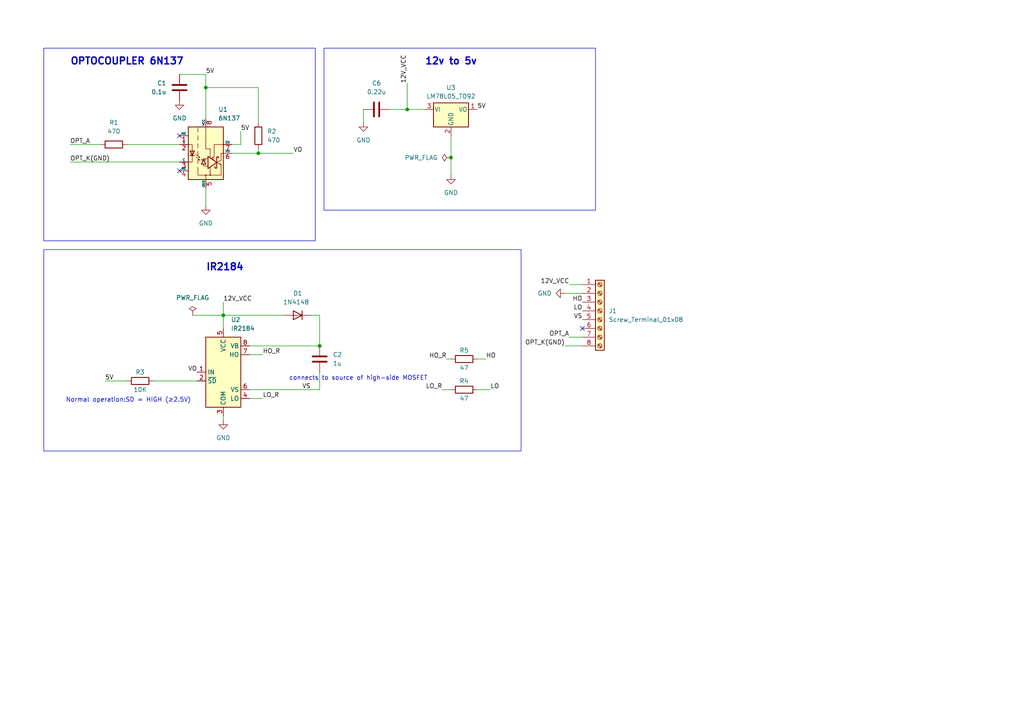
<source format=kicad_sch>
(kicad_sch (version 20230121) (generator eeschema)
  (paper "A4")
  (lib_symbols
    (symbol "Connector:Screw_Terminal_01x08" (pin_names (offset 1.016) hide)
      (property "Reference" "J" (at 0 10.16 0))
      (property "Value" "Screw_Terminal_01x08" (at 0 -12.7 0))
      (symbol "Screw_Terminal_01x08_1_1"
        (rectangle (start -1.27 8.89) (end 1.27 -11.43) (stroke (width 0.254)) (fill (type background)))
        (circle (center 0 -10.16) (radius 0.635) (stroke (width 0.1524)))
        (circle (center 0 -7.62) (radius 0.635) (stroke (width 0.1524)))
        (circle (center 0 -5.08) (radius 0.635) (stroke (width 0.1524)))
        (circle (center 0 -2.54) (radius 0.635) (stroke (width 0.1524)))
        (polyline (pts (xy -0.5334 -9.8298) (xy 0.3302 -10.668)) (stroke (width 0.1524)))
        (polyline (pts (xy -0.5334 -7.2898) (xy 0.3302 -8.128)) (stroke (width 0.1524)))
        (polyline (pts (xy -0.5334 -4.7498) (xy 0.3302 -5.588)) (stroke (width 0.1524)))
        (polyline (pts (xy -0.5334 -2.2098) (xy 0.3302 -3.048)) (stroke (width 0.1524)))
        (polyline (pts (xy -0.5334 0.3302) (xy 0.3302 -0.508)) (stroke (width 0.1524)))
        (polyline (pts (xy -0.5334 2.8702) (xy 0.3302 2.032)) (stroke (width 0.1524)))
        (polyline (pts (xy -0.5334 5.4102) (xy 0.3302 4.572)) (stroke (width 0.1524)))
        (polyline (pts (xy -0.5334 7.9502) (xy 0.3302 7.112)) (stroke (width 0.1524)))
        (polyline (pts (xy -0.3556 -9.652) (xy 0.508 -10.4902)) (stroke (width 0.1524)))
        (polyline (pts (xy -0.3556 -7.112) (xy 0.508 -7.9502)) (stroke (width 0.1524)))
        (polyline (pts (xy -0.3556 -4.572) (xy 0.508 -5.4102)) (stroke (width 0.1524)))
        (polyline (pts (xy -0.3556 -2.032) (xy 0.508 -2.8702)) (stroke (width 0.1524)))
        (polyline (pts (xy -0.3556 0.508) (xy 0.508 -0.3302)) (stroke (width 0.1524)))
        (polyline (pts (xy -0.3556 3.048) (xy 0.508 2.2098)) (stroke (width 0.1524)))
        (polyline (pts (xy -0.3556 5.588) (xy 0.508 4.7498)) (stroke (width 0.1524)))
        (polyline (pts (xy -0.3556 8.128) (xy 0.508 7.2898)) (stroke (width 0.1524)))
        (circle (center 0 0) (radius 0.635) (stroke (width 0.1524)))
        (circle (center 0 2.54) (radius 0.635) (stroke (width 0.1524)))
        (circle (center 0 5.08) (radius 0.635) (stroke (width 0.1524)))
        (circle (center 0 7.62) (radius 0.635) (stroke (width 0.1524)))
        (pin passive line (at -5.08 7.62 0) (length 3.81) (name "Pin_1") (number "1"))
        (pin passive line (at -5.08 5.08 0) (length 3.81) (name "Pin_2") (number "2"))
        (pin passive line (at -5.08 2.54 0) (length 3.81) (name "Pin_3") (number "3"))
        (pin passive line (at -5.08 0 0) (length 3.81) (name "Pin_4") (number "4"))
        (pin passive line (at -5.08 -2.54 0) (length 3.81) (name "Pin_5") (number "5"))
        (pin passive line (at -5.08 -5.08 0) (length 3.81) (name "Pin_6") (number "6"))
        (pin passive line (at -5.08 -7.62 0) (length 3.81) (name "Pin_7") (number "7"))
        (pin passive line (at -5.08 -10.16 0) (length 3.81) (name "Pin_8") (number "8"))
      )
    )
    (symbol "Device:C" (pin_numbers hide) (pin_names (offset 0.254))
      (property "Reference" "C" (at 0.635 2.54 0))
      (property "Value" "C" (at 0.635 -2.54 0))
      (symbol "C_0_1"
        (polyline (pts (xy -2.032 -0.762) (xy 2.032 -0.762)) (stroke (width 0.508)))
        (polyline (pts (xy -2.032 0.762) (xy 2.032 0.762)) (stroke (width 0.508)))
      )
      (symbol "C_1_1"
        (pin passive line (at 0 3.81 270) (length 2.794) (name "~") (number "1"))
        (pin passive line (at 0 -3.81 90) (length 2.794) (name "~") (number "2"))
      )
    )
    (symbol "Device:D" (pin_numbers hide) (pin_names (offset 1.016) hide)
      (property "Reference" "D" (at 0 2.54 0))
      (property "Value" "D" (at 0 -2.54 0))
      (symbol "D_0_1"
        (polyline (pts (xy -1.27 1.27) (xy -1.27 -1.27)) (stroke (width 0.254)))
        (polyline (pts (xy 1.27 0) (xy -1.27 0)))
        (polyline (pts (xy 1.27 1.27) (xy 1.27 -1.27) (xy -1.27 0) (xy 1.27 1.27)) (stroke (width 0.254)))
      )
      (symbol "D_1_1"
        (pin passive line (at -3.81 0 0) (length 2.54) (name "K") (number "1"))
        (pin passive line (at 3.81 0 180) (length 2.54) (name "A") (number "2"))
      )
    )
    (symbol "Device:R" (pin_numbers hide) (pin_names (offset 0))
      (property "Reference" "R" (at 2.032 0 90))
      (property "Value" "R" (at 0 0 90))
      (symbol "R_0_1"
        (rectangle (start -1.016 -2.54) (end 1.016 2.54) (stroke (width 0.254)))
      )
      (symbol "R_1_1"
        (pin passive line (at 0 3.81 270) (length 1.27) (name "~") (number "1"))
        (pin passive line (at 0 -3.81 90) (length 1.27) (name "~") (number "2"))
      )
    )
    (symbol "Driver_FET:IR2184"
      (property "Reference" "U" (at 1.27 13.335 0))
      (property "Value" "IR2184" (at 1.27 11.43 0))
      (symbol "IR2184_0_1"
        (rectangle (start -5.08 -10.16) (end 5.08 10.16) (stroke (width 0.254)) (fill (type background)))
      )
      (symbol "IR2184_1_1"
        (pin input line (at -7.62 0 0) (length 2.54) (name "IN") (number "1"))
        (pin input line (at -7.62 -2.54 0) (length 2.54) (name "~{SD}") (number "2"))
        (pin power_in line (at 0 -12.7 90) (length 2.54) (name "COM") (number "3"))
        (pin output line (at 7.62 -7.62 180) (length 2.54) (name "LO") (number "4"))
        (pin power_in line (at 0 12.7 270) (length 2.54) (name "VCC") (number "5"))
        (pin passive line (at 7.62 -5.08 180) (length 2.54) (name "VS") (number "6"))
        (pin output line (at 7.62 5.08 180) (length 2.54) (name "HO") (number "7"))
        (pin passive line (at 7.62 7.62 180) (length 2.54) (name "VB") (number "8"))
      )
    )
    (symbol "Isolator:6N137" (pin_names (offset 0))
      (property "Reference" "U" (at -4.064 8.89 0))
      (property "Value" "6N137" (at 0 -8.89 0))
      (symbol "6N137_0_1"
        (polyline (pts (xy 0 -6.35) (xy -2.286 -6.35) (xy -2.286 -4.064)))
        (polyline (pts (xy -5.08 -2.54) (xy -3.937 -2.54) (xy -3.937 2.54) (xy -5.08 2.54)))
        (polyline (pts (xy 1.27 -5.08) (xy 1.27 -6.35) (xy 0 -6.35) (xy 0 -7.62)))
        (polyline (pts (xy 3.175 -2.667) (xy 0.635 -4.445) (xy 0.635 -0.889) (xy 3.175 -2.667)) (stroke (width 0.254)))
        (polyline (pts (xy -2.794 -1.016) (xy -1.717 -2.093) (xy -2.076 -1.914) (xy -1.896 -1.734) (xy -1.717 -2.093)))
        (polyline (pts (xy -2.794 -0.254) (xy -1.717 -1.331) (xy -2.076 -1.152) (xy -1.896 -0.972) (xy -1.717 -1.331)))
      )
      (symbol "6N137_1_1"
        (rectangle (start -5.08 7.62) (end 5.08 -7.62) (stroke (width 0.254)) (fill (type background)))
        (circle (center 0 -6.35) (radius 0.127) (fill (type outline)))
        (polyline (pts (xy -4.572 -0.635) (xy -3.302 -0.635)) (stroke (width 0.254)))
        (polyline (pts (xy -2.286 -1.778) (xy -2.286 -3.048)))
        (polyline (pts (xy -2.286 0.508) (xy -2.286 -0.762)))
        (polyline (pts (xy -2.286 2.794) (xy -2.286 1.524)))
        (polyline (pts (xy -2.286 5.08) (xy -2.286 3.81)))
        (polyline (pts (xy -2.286 7.366) (xy -2.286 6.096)))
        (polyline (pts (xy -1.27 -1.905) (xy 0 -1.905)) (stroke (width 0.254)))
        (polyline (pts (xy -0.635 -3.302) (xy -0.635 -3.683) (xy 0.635 -3.683)))
        (polyline (pts (xy -0.635 -1.905) (xy -0.635 -1.524) (xy 0.508 -1.524)))
        (polyline (pts (xy 1.27 -4.064) (xy 1.27 -6.35) (xy 4.445 -6.35)))
        (polyline (pts (xy 3.175 -2.667) (xy 4.445 -3.302) (xy 4.445 -6.35)))
        (polyline (pts (xy -3.937 -0.635) (xy -4.572 0.635) (xy -3.302 0.635) (xy -3.937 -0.635)) (stroke (width 0.254)))
        (polyline (pts (xy -0.635 -1.905) (xy -1.27 -3.175) (xy 0 -3.175) (xy -0.635 -1.905)) (stroke (width 0.254)))
        (polyline (pts (xy 1.27 -1.27) (xy 1.27 1.27) (xy 0 1.27) (xy 0 7.62)))
        (polyline (pts (xy 2.1844 -1.1684) (xy 2.413 -0.889) (xy 2.413 2.54) (xy 5.08 2.54)))
        (polyline (pts (xy 3.175 -2.667) (xy 3.175 -4.318) (xy 2.667 -4.318) (xy 2.667 -3.937)) (stroke (width 0.254)))
        (polyline (pts (xy 3.175 -2.667) (xy 3.175 -1.016) (xy 3.683 -1.016) (xy 3.683 -1.397)) (stroke (width 0.254)))
        (polyline (pts (xy 3.175 -2.667) (xy 4.445 -2.032) (xy 4.445 0) (xy 5.08 0)))
        (polyline (pts (xy 4.445 -3.302) (xy 4.161 -3.018) (xy 4.047 -3.246) (xy 4.445 -3.302)) (stroke (width 0.127)) (fill (type outline)))
        (circle (center 1.27 -6.35) (radius 0.127) (fill (type outline)))
        (circle (center 2.032 -1.397) (radius 0.254))
        (pin passive line (at -7.62 5.08 0) (length 2.54) (name "NC") (number "1"))
        (pin passive line (at -7.62 2.54 0) (length 2.54) (name "A") (number "2"))
        (pin passive line (at -7.62 -2.54 0) (length 2.54) (name "C") (number "3"))
        (pin passive line (at -7.62 -5.08 0) (length 2.54) (name "NC") (number "4"))
        (pin power_in line (at 0 -10.16 90) (length 2.54) (name "GND") (number "5"))
        (pin open_collector line (at 7.62 0 180) (length 2.54) (name "VO") (number "6"))
        (pin input line (at 7.62 2.54 180) (length 2.54) (name "EN") (number "7"))
        (pin power_in line (at 0 10.16 270) (length 2.54) (name "VCC") (number "8"))
      )
    )
    (symbol "Regulator_Linear:LM78L05_TO92" (pin_names (offset 0.254))
      (property "Reference" "U" (at -3.81 3.175 0))
      (property "Value" "LM78L05_TO92" (at 0 3.175 0))
      (symbol "LM78L05_TO92_0_1"
        (rectangle (start -5.08 -5.08) (end 5.08 1.905) (stroke (width 0.254)) (fill (type background)))
      )
      (symbol "LM78L05_TO92_1_1"
        (pin power_out line (at 7.62 0 180) (length 2.54) (name "VO") (number "1"))
        (pin power_in line (at 0 -7.62 90) (length 2.54) (name "GND") (number "2"))
        (pin power_in line (at -7.62 0 0) (length 2.54) (name "VI") (number "3"))
      )
    )
    (symbol "power:GND" (power) (pin_names (offset 0))
      (property "Value" "GND" (at 0 -3.81 0))
      (symbol "GND_0_1"
        (polyline (pts (xy 0 0) (xy 0 -1.27) (xy 1.27 -1.27) (xy 0 -2.54) (xy -1.27 -1.27) (xy 0 -1.27)))
      )
      (symbol "GND_1_1"
        (pin power_in line (at 0 0 270) (length 0) hide (name "GND") (number "1"))
      )
    )
    (symbol "power:PWR_FLAG" (power) (pin_numbers hide) (pin_names (offset 0) hide)
      (property "Value" "PWR_FLAG" (at 0 3.81 0))
      (symbol "PWR_FLAG_0_0"
        (pin power_out line (at 0 0 90) (length 0) (name "pwr") (number "1"))
      )
      (symbol "PWR_FLAG_0_1"
        (polyline (pts (xy 0 0) (xy 0 1.27) (xy -1.016 1.905) (xy 0 2.54) (xy 1.016 1.905) (xy 0 1.27)))
      )
    )
  )
  (junction (at 92.71 100.33))
  (junction (at 64.77 91.44))
  (junction (at 118.11 31.75))
  (junction (at 130.81 45.72))
  (junction (at 59.69 25.4))
  (junction (at 74.93 44.45))
  (no_connect (at 52.07 49.53))
  (no_connect (at 52.07 39.37))
  (no_connect (at 168.91 95.25))
  (wire (pts (xy 59.69 34.29) (xy 59.69 25.4)))
  (wire (pts (xy 138.43 113.03) (xy 142.24 113.03)))
  (wire (pts (xy 74.93 44.45) (xy 74.93 43.18)))
  (wire (pts (xy 74.93 35.56) (xy 74.93 25.4)))
  (wire (pts (xy 92.71 91.44) (xy 90.17 91.44)))
  (wire (pts (xy 72.39 100.33) (xy 92.71 100.33)))
  (wire (pts (xy 128.27 113.03) (xy 130.81 113.03)))
  (wire (pts (xy 59.69 21.59) (xy 59.69 25.4)))
  (wire (pts (xy 165.1 82.55) (xy 168.91 82.55)))
  (wire (pts (xy 130.81 45.72) (xy 130.81 50.8)))
  (wire (pts (xy 72.39 115.57) (xy 76.2 115.57)))
  (wire (pts (xy 55.88 91.44) (xy 64.77 91.44)))
  (wire (pts (xy 64.77 87.63) (xy 64.77 91.44)))
  (wire (pts (xy 64.77 120.65) (xy 64.77 121.92)))
  (wire (pts (xy 92.71 100.33) (xy 92.71 91.44)))
  (wire (pts (xy 138.43 104.14) (xy 140.97 104.14)))
  (wire (pts (xy 82.55 91.44) (xy 64.77 91.44)))
  (wire (pts (xy 59.69 54.61) (xy 59.69 59.69)))
  (wire (pts (xy 67.31 44.45) (xy 74.93 44.45)))
  (wire (pts (xy 130.81 39.37) (xy 130.81 45.72)))
  (wire (pts (xy 72.39 102.87) (xy 76.2 102.87)))
  (wire (pts (xy 74.93 44.45) (xy 85.09 44.45)))
  (wire (pts (xy 118.11 24.13) (xy 118.11 31.75)))
  (wire (pts (xy 69.85 38.1) (xy 69.85 41.91)))
  (wire (pts (xy 20.32 46.99) (xy 52.07 46.99)))
  (wire (pts (xy 163.83 100.33) (xy 168.91 100.33)))
  (wire (pts (xy 118.11 31.75) (xy 123.19 31.75)))
  (wire (pts (xy 30.48 110.49) (xy 36.83 110.49)))
  (wire (pts (xy 92.71 113.03) (xy 92.71 107.95)))
  (wire (pts (xy 36.83 41.91) (xy 52.07 41.91)))
  (wire (pts (xy 113.03 31.75) (xy 118.11 31.75)))
  (wire (pts (xy 163.83 85.09) (xy 168.91 85.09)))
  (wire (pts (xy 52.07 21.59) (xy 59.69 21.59)))
  (wire (pts (xy 59.69 25.4) (xy 74.93 25.4)))
  (wire (pts (xy 165.1 97.79) (xy 168.91 97.79)))
  (wire (pts (xy 105.41 31.75) (xy 105.41 35.56)))
  (wire (pts (xy 44.45 110.49) (xy 57.15 110.49)))
  (wire (pts (xy 67.31 41.91) (xy 69.85 41.91)))
  (wire (pts (xy 72.39 113.03) (xy 92.71 113.03)))
  (wire (pts (xy 64.77 91.44) (xy 64.77 95.25)))
  (wire (pts (xy 129.54 104.14) (xy 130.81 104.14)))
  (wire (pts (xy 20.32 41.91) (xy 29.21 41.91)))
  (rectangle (start 12.7 13.97) (end 91.44 69.85))
  (rectangle (start 93.98 13.97) (end 172.72 60.96))
  (rectangle (start 12.7 72.39) (end 151.13 130.81))
  (text "Normal operation:SD = HIGH (≥2.5V)" (at 19.05 116.84 0) (effects (font (size 1.27 1.27)) (justify left bottom)))
  (text "IR2184" (at 59.69 78.74 0) (effects (font (size 2 2) (thickness 0.4) bold) (justify left bottom)))
  (text "12v to 5v" (at 123.19 19.05 0) (effects (font (size 2 2) (thickness 0.4) bold) (justify left bottom)))
  (text "OPTOCOUPLER 6N137" (at 20.32 19.05 0) (effects (font (size 2 2) (thickness 0.4) bold) (justify left bottom)))
  (text "connects to source of high-side MOSFET" (at 83.82 110.49 0) (effects (font (size 1.27 1.27)) (justify left bottom)))
  (label "HO" (at 140.97 104.14 0))
  (label "HO" (at 168.91 87.63 180))
  (label "OPT_K(GND)" (at 20.32 46.99 0))
  (label "VS" (at 87.63 113.03 0))
  (label "5V" (at 138.43 31.75 0))
  (label "HO_R" (at 76.2 102.87 0))
  (label "OPT_K(GND)" (at 163.83 100.33 180))
  (label "VS" (at 168.91 92.71 180))
  (label "VO" (at 57.15 107.95 180))
  (label "LO" (at 142.24 113.03 0))
  (label "5V" (at 69.85 38.1 0))
  (label "LO" (at 168.91 90.17 180))
  (label "OPT_A" (at 20.32 41.91 0))
  (label "5V" (at 59.69 21.59 0))
  (label "12V_VCC" (at 118.11 24.13 90))
  (label "5V" (at 30.48 110.49 0))
  (label "12V_VCC" (at 64.77 87.63 0))
  (label "HO_R" (at 129.54 104.14 180))
  (label "VO" (at 85.09 44.45 0))
  (label "OPT_A" (at 165.1 97.79 180))
  (label "LO_R" (at 128.27 113.03 180))
  (label "12V_VCC" (at 165.1 82.55 180))
  (label "LO_R" (at 76.2 115.57 0))
  (symbol (lib_id "power:GND") (at 130.81 50.8 0) (unit 1)
    (property "Reference" "#PWR07" (effects hide))
    (property "Value" "GND" (at 130.81 55.88 0))
  )
  (symbol (lib_id "Device:C") (at 92.71 104.14 0) (unit 1)
    (property "Reference" "C2" (at 96.52 102.87 0) (effects (justify left)))
    (property "Value" "1u" (at 96.52 105.41 0) (effects (justify left)))
    (property "Footprint" "Capacitor_THT:C_Disc_D5.0mm_W2.5mm_P2.50mm" (effects hide))
    (property "Datasheet" "https://search.murata.co.jp/Ceramy/image/img/A01X/G101/ENG/RDE_X7R_X7S_25V-100V_E.pdf" (effects hide))
    (property "Voltage" "25v" (effects hide))
    (property "Manufacturer" "Murata Electronics" (effects hide))
    (property "Manufacturer Part Number" "RDEC71E105K0P1H03B" (effects hide))
    (property "Package" "Radial" (effects hide))
    (property "Supplier" "Digikey" (effects hide))
    (property "Supplier Part Number" "RDEC71E105K0P1H03B-ND" (effects hide))
  )
  (symbol (lib_id "Regulator_Linear:LM78L05_TO92") (at 130.81 31.75 0) (unit 1)
    (property "Reference" "U3" (at 130.81 25.4 0))
    (property "Value" "LM78L05_TO92" (at 130.81 27.94 0))
    (property "Footprint" "Package_TO_SOT_THT:TO-220F-3_Vertical" (effects hide))
    (property "Datasheet" "https://www.ti.com/lit/ds/symlink/lm7800.pdf" (effects hide))
    (property "Manufacturer" "Texas Instruments" (effects hide))
    (property "Manufacturer Part Number" "LM7805CT/NOPB" (effects hide))
    (property "Package" "TO-220-3" (effects hide))
    (property "Supplier" "Digikey" (effects hide))
    (property "Supplier Part Number" "296-47192-ND" (effects hide))
  )
  (symbol (lib_id "power:GND") (at 105.41 35.56 0) (unit 1)
    (property "Reference" "#PWR08" (effects hide))
    (property "Value" "GND" (at 105.41 40.64 0))
  )
  (symbol (lib_id "Device:R") (at 134.62 113.03 90) (mirror x) (unit 1)
    (property "Reference" "R4" (at 134.62 110.49 90))
    (property "Value" "47" (at 134.62 115.57 90))
    (property "Footprint" "Resistor_THT:R_Axial_DIN0207_L6.3mm_D2.5mm_P7.62mm_Horizontal" (effects hide))
    (property "Datasheet" "https://www.te.com/usa-en/product-1622243-2.datasheet.pdf" (effects hide))
    (property "Manufacturer" "TE connectivity" (effects hide))
    (property "Manufacturer Part Number" "LR0204F47R" (effects hide))
    (property "Package" "Radial" (effects hide))
    (property "Supplier" "Digikey" (effects hide))
    (property "Supplier Part Number" "LR0204F47R-ND" (effects hide))
    (property "Voltage" "." (effects hide))
  )
  (symbol (lib_id "Device:R") (at 40.64 110.49 90) (mirror x) (unit 1)
    (property "Reference" "R3" (at 40.64 107.95 90))
    (property "Value" "10K" (at 40.64 113.03 90))
    (property "Footprint" "Resistor_THT:R_Axial_DIN0207_L6.3mm_D2.5mm_P7.62mm_Horizontal" (effects hide))
    (property "Datasheet" "https://www.te.com/commerce/DocumentDelivery/DDEController?Action=srchrtrv&DocNm=1773195&DocType=DS&DocLang=English" (effects hide))
    (property "Manufacturer" "TE Connectivity" (effects hide))
    (property "Manufacturer Part Number" "CFR16J10K" (effects hide))
    (property "Package" "Radial" (effects hide))
    (property "Supplier" "Digikey" (effects hide))
    (property "Supplier Part Number" "A104668CT-ND" (effects hide))
    (property "Voltage" "." (effects hide))
  )
  (symbol (lib_id "Device:R") (at 74.93 39.37 180) (unit 1)
    (property "Reference" "R2" (at 77.47 38.1 0) (effects (justify right)))
    (property "Value" "470" (at 77.47 40.64 0) (effects (justify right)))
    (property "Footprint" "Resistor_THT:R_Axial_DIN0207_L6.3mm_D2.5mm_P7.62mm_Horizontal" (effects hide))
    (property "Datasheet" "https://www.te.com/commerce/DocumentDelivery/DDEController?https://www.te.com/commerce/DocumentDelivery/DDEController?Action=srchrtrv&DocNm=1773195&DocType=DS&DocLang=English" (effects hide))
    (property "Manufacturer" "TE connectivity" (effects hide))
    (property "Manufacturer Part Number" "CFR16J470R" (effects hide))
    (property "Package" "Radial" (effects hide))
    (property "Supplier" "Digikey" (effects hide))
    (property "Supplier Part Number" "A105933CT-ND" (effects hide))
    (property "Voltage" "." (effects hide))
  )
  (symbol (lib_id "Isolator:6N137") (at 59.69 44.45 0) (unit 1)
    (property "Reference" "U1" (at 63.3161 31.75 0) (effects (justify left)))
    (property "Value" "6N137" (at 63.3161 34.29 0) (effects (justify left)))
    (property "Footprint" "Package_DIP:DIP-8_W7.62mm" (effects hide))
    (property "Datasheet" "https://docs.broadcom.com/docs/AV02-0940EN" (effects hide))
    (property "Manufacturer" "Vishay" (effects hide))
    (property "Manufacturer Part Number" "6N137" (effects hide))
    (property "Package" "8-DIP" (effects hide))
    (property "Supplier" "Digikey" (effects hide))
    (property "Supplier Part Number" "751-1262-5-ND" (effects hide))
    (property "Voltage" "." (effects hide))
  )
  (symbol (lib_id "Driver_FET:IR2184") (at 64.77 107.95 0) (unit 1)
    (property "Reference" "U2" (at 66.9641 92.71 0) (effects (justify left)))
    (property "Value" "IR2184" (at 66.9641 95.25 0) (effects (justify left)))
    (property "Footprint" "Package_DIP:DIP-8_W7.62mm" (effects hide))
    (property "Datasheet" "https://www.infineon.com/dgdl/ir2184.pdf?fileId=5546d462533600a4015355c955e616d4" (effects hide))
    (property "Manufacturer" "Infineon Technologies" (effects hide))
    (property "Manufacturer Part Number" "IR2184SPBF" (effects hide))
    (property "Package" "8-SOIC " (effects hide))
    (property "Supplier" "Digikey" (effects hide))
    (property "Supplier Part Number" "IR2184PBF-ND" (effects hide))
    (property "Voltage" "." (effects hide))
  )
  (symbol (lib_id "power:GND") (at 163.83 85.09 270) (mirror x) (unit 1)
    (property "Reference" "#PWR06" (effects hide))
    (property "Value" "GND" (at 160.02 85.09 90) (effects (justify right)))
  )
  (symbol (lib_id "Device:D") (at 86.36 91.44 0) (mirror y) (unit 1)
    (property "Reference" "D1" (at 86.36 85.09 0))
    (property "Value" "1N4148 " (at 86.36 87.63 0))
    (property "Footprint" "Diode_THT:D_DO-35_SOD27_P7.62mm_Horizontal" (effects hide))
    (property "Datasheet" "https://www.vishay.com/docs/81857/1n4148.pdf" (effects hide))
    (property "Manufacturer" "Vishay" (effects hide))
    (property "Manufacturer Part Number" "1N4148-TAP" (effects hide))
    (property "Package" "DO-35 Axial" (effects hide))
    (property "Supplier" "Digikey" (effects hide))
    (property "Supplier Part Number" "1N4148-TAPCT-ND" (effects hide))
    (property "Voltage" "." (effects hide))
  )
  (symbol (lib_id "power:PWR_FLAG") (at 130.81 45.72 90) (unit 1)
    (property "Reference" "#FLG02" (effects hide))
    (property "Value" "PWR_FLAG" (at 127 45.72 90) (effects (justify left)))
  )
  (symbol (lib_id "power:PWR_FLAG") (at 55.88 91.44 0) (unit 1)
    (property "Reference" "#FLG01" (effects hide))
    (property "Value" "PWR_FLAG" (at 55.88 86.36 0))
  )
  (symbol (lib_id "Device:R") (at 134.62 104.14 90) (mirror x) (unit 1)
    (property "Reference" "R5" (at 134.62 101.6 90))
    (property "Value" "47" (at 134.62 106.68 90))
    (property "Footprint" "Resistor_THT:R_Axial_DIN0207_L6.3mm_D2.5mm_P7.62mm_Horizontal" (effects hide))
    (property "Datasheet" "https://www.te.com/usa-en/product-1622243-2.datasheet.pdf" (effects hide))
    (property "Manufacturer" "TE connectivity" (effects hide))
    (property "Manufacturer Part Number" "LR0204F47R" (effects hide))
    (property "Package" "Radial" (effects hide))
    (property "Supplier" "Digikey" (effects hide))
    (property "Supplier Part Number" "LR0204F47R-ND" (effects hide))
    (property "Voltage" "." (effects hide))
  )
  (symbol (lib_id "Device:R") (at 33.02 41.91 90) (unit 1)
    (property "Reference" "R1" (at 33.02 35.56 90))
    (property "Value" "470" (at 33.02 38.1 90))
    (property "Footprint" "Resistor_THT:R_Axial_DIN0207_L6.3mm_D2.5mm_P7.62mm_Horizontal" (effects hide))
    (property "Datasheet" "https://www.te.com/commerce/DocumentDelivery/DDEController?https://www.te.com/commerce/DocumentDelivery/DDEController?Action=srchrtrv&DocNm=1773195&DocType=DS&DocLang=English" (effects hide))
    (property "Manufacturer" "TE connectivity" (effects hide))
    (property "Manufacturer Part Number" "CFR16J470R" (effects hide))
    (property "Package" "Radial" (effects hide))
    (property "Supplier" "Digikey" (effects hide))
    (property "Supplier Part Number" "A105933CT-ND" (effects hide))
    (property "Voltage" "." (effects hide))
  )
  (symbol (lib_id "Device:C") (at 109.22 31.75 90) (unit 1)
    (property "Reference" "C6" (at 109.22 24.13 90))
    (property "Value" "0.22u" (at 109.22 26.67 90))
    (property "Footprint" "Capacitor_THT:C_Disc_D5.0mm_W2.5mm_P2.50mm" (effects hide))
    (property "Datasheet" "https://www.vishay.com/docs/45171/kseries.pdf" (effects hide))
    (property "Manufacturer" "Vishay" (effects hide))
    (property "Manufacturer Part Number" "K224Z15Y5VF5TL2" (effects hide))
    (property "Package" "Radial" (effects hide))
    (property "Supplier" "Digikey" (effects hide))
    (property "Supplier Part Number" "BC1161TR-ND" (effects hide))
    (property "Voltage" "50v" (effects hide))
  )
  (symbol (lib_id "power:GND") (at 64.77 121.92 0) (unit 1)
    (property "Reference" "#PWR03" (effects hide))
    (property "Value" "GND" (at 64.77 127 0))
  )
  (symbol (lib_id "Connector:Screw_Terminal_01x08") (at 173.99 90.17 0) (unit 1)
    (property "Reference" "J1" (at 176.53 90.17 0) (effects (justify left)))
    (property "Value" "Screw_Terminal_01x08" (at 176.53 92.71 0) (effects (justify left)))
    (property "Footprint" "TerminalBlock_Phoenix:TerminalBlock_Phoenix_PT-1,5-8-3.5-H_1x08_P3.50mm_Horizontal" (effects hide))
    (property "Voltage" "." (effects hide))
  )
  (symbol (lib_id "power:GND") (at 59.69 59.69 0) (unit 1)
    (property "Reference" "#PWR01" (effects hide))
    (property "Value" "GND" (at 59.69 64.77 0))
  )
  (symbol (lib_id "Device:C") (at 52.07 25.4 0) (mirror y) (unit 1)
    (property "Reference" "C1" (at 48.26 24.13 0) (effects (justify left)))
    (property "Value" "0.1u" (at 48.26 26.67 0) (effects (justify left)))
    (property "Footprint" "Capacitor_THT:C_Disc_D5.0mm_W2.5mm_P2.50mm" (effects hide))
    (property "Datasheet" "https://content.kemet.com/datasheets/KEM_C1050_GOLDMAX_X7R.pdf" (effects hide))
    (property "Manufacturer" "kemet" (effects hide))
    (property "Manufacturer Part Number" "C326C104K5R5TA" (effects hide))
    (property "Package" "Radial" (effects hide))
    (property "Supplier" "Digikey" (effects hide))
    (property "Supplier Part Number" "399-9824-ND" (effects hide))
    (property "Voltage" "50v" (effects hide))
  )
  (symbol (lib_id "power:GND") (at 52.07 29.21 0) (unit 1)
    (property "Reference" "#PWR02" (effects hide))
    (property "Value" "GND" (at 52.07 34.29 0))
  )
)
</source>
